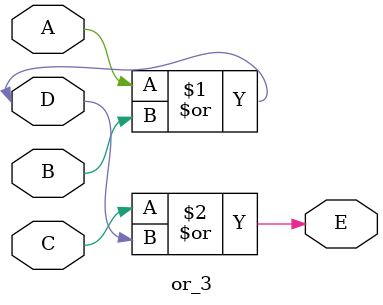
<source format=v>
`timescale 1ns / 1ps


module or_3(output E, input A, B, C, D);
    assign D = A|B;
    assign E = C|D;
endmodule

</source>
